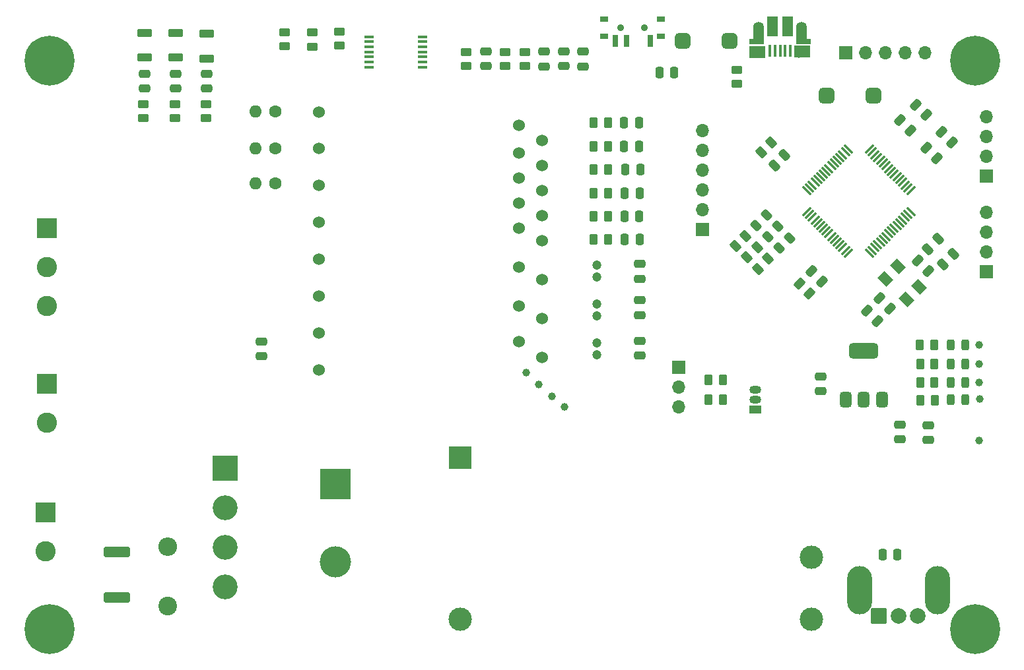
<source format=gbr>
%TF.GenerationSoftware,KiCad,Pcbnew,8.0.6*%
%TF.CreationDate,2024-12-28T02:56:51-05:00*%
%TF.ProjectId,AC_Driver_V2,41435f44-7269-4766-9572-5f56322e6b69,rev?*%
%TF.SameCoordinates,Original*%
%TF.FileFunction,Soldermask,Top*%
%TF.FilePolarity,Negative*%
%FSLAX46Y46*%
G04 Gerber Fmt 4.6, Leading zero omitted, Abs format (unit mm)*
G04 Created by KiCad (PCBNEW 8.0.6) date 2024-12-28 02:56:51*
%MOMM*%
%LPD*%
G01*
G04 APERTURE LIST*
G04 Aperture macros list*
%AMRoundRect*
0 Rectangle with rounded corners*
0 $1 Rounding radius*
0 $2 $3 $4 $5 $6 $7 $8 $9 X,Y pos of 4 corners*
0 Add a 4 corners polygon primitive as box body*
4,1,4,$2,$3,$4,$5,$6,$7,$8,$9,$2,$3,0*
0 Add four circle primitives for the rounded corners*
1,1,$1+$1,$2,$3*
1,1,$1+$1,$4,$5*
1,1,$1+$1,$6,$7*
1,1,$1+$1,$8,$9*
0 Add four rect primitives between the rounded corners*
20,1,$1+$1,$2,$3,$4,$5,0*
20,1,$1+$1,$4,$5,$6,$7,0*
20,1,$1+$1,$6,$7,$8,$9,0*
20,1,$1+$1,$8,$9,$2,$3,0*%
%AMRotRect*
0 Rectangle, with rotation*
0 The origin of the aperture is its center*
0 $1 length*
0 $2 width*
0 $3 Rotation angle, in degrees counterclockwise*
0 Add horizontal line*
21,1,$1,$2,0,0,$3*%
G04 Aperture macros list end*
%ADD10R,1.700000X1.700000*%
%ADD11O,1.700000X1.700000*%
%ADD12RoundRect,0.250000X-0.262500X-0.450000X0.262500X-0.450000X0.262500X0.450000X-0.262500X0.450000X0*%
%ADD13R,1.500000X1.050000*%
%ADD14O,1.500000X1.050000*%
%ADD15RotRect,1.600000X1.300000X135.000000*%
%ADD16C,1.000000*%
%ADD17RoundRect,0.250000X0.262500X0.450000X-0.262500X0.450000X-0.262500X-0.450000X0.262500X-0.450000X0*%
%ADD18RoundRect,0.250000X-0.475000X0.250000X-0.475000X-0.250000X0.475000X-0.250000X0.475000X0.250000X0*%
%ADD19RoundRect,0.250000X-0.250000X-0.475000X0.250000X-0.475000X0.250000X0.475000X-0.250000X0.475000X0*%
%ADD20RoundRect,0.250000X-0.132583X0.503814X-0.503814X0.132583X0.132583X-0.503814X0.503814X-0.132583X0*%
%ADD21RoundRect,0.243750X0.150260X-0.494975X0.494975X-0.150260X-0.150260X0.494975X-0.494975X0.150260X0*%
%ADD22RoundRect,0.102000X-0.900000X-0.900000X0.900000X-0.900000X0.900000X0.900000X-0.900000X0.900000X0*%
%ADD23C,2.004000*%
%ADD24O,3.204000X6.204000*%
%ADD25RoundRect,0.250000X-0.512652X-0.159099X-0.159099X-0.512652X0.512652X0.159099X0.159099X0.512652X0*%
%ADD26RoundRect,0.250000X0.450000X-0.262500X0.450000X0.262500X-0.450000X0.262500X-0.450000X-0.262500X0*%
%ADD27RoundRect,0.250000X-0.700000X0.275000X-0.700000X-0.275000X0.700000X-0.275000X0.700000X0.275000X0*%
%ADD28RoundRect,0.250000X-1.425000X0.425000X-1.425000X-0.425000X1.425000X-0.425000X1.425000X0.425000X0*%
%ADD29O,2.400000X2.400000*%
%ADD30C,2.400000*%
%ADD31C,1.600000*%
%ADD32O,1.600000X1.600000*%
%ADD33C,2.600000*%
%ADD34R,2.600000X2.600000*%
%ADD35RoundRect,0.250000X-0.450000X0.262500X-0.450000X-0.262500X0.450000X-0.262500X0.450000X0.262500X0*%
%ADD36RoundRect,0.250000X-0.503814X-0.132583X-0.132583X-0.503814X0.503814X0.132583X0.132583X0.503814X0*%
%ADD37RoundRect,0.243750X-0.243750X-0.456250X0.243750X-0.456250X0.243750X0.456250X-0.243750X0.456250X0*%
%ADD38RoundRect,0.250000X0.475000X-0.250000X0.475000X0.250000X-0.475000X0.250000X-0.475000X-0.250000X0*%
%ADD39RoundRect,0.250000X-0.159099X0.512652X-0.512652X0.159099X0.159099X-0.512652X0.512652X-0.159099X0*%
%ADD40RoundRect,0.250000X0.159099X-0.512652X0.512652X-0.159099X-0.159099X0.512652X-0.512652X0.159099X0*%
%ADD41RoundRect,0.250000X0.512652X0.159099X0.159099X0.512652X-0.512652X-0.159099X-0.159099X-0.512652X0*%
%ADD42RoundRect,0.250000X0.250000X0.475000X-0.250000X0.475000X-0.250000X-0.475000X0.250000X-0.475000X0*%
%ADD43C,0.800000*%
%ADD44C,6.400000*%
%ADD45C,3.200000*%
%ADD46R,3.200000X3.200000*%
%ADD47C,4.000000*%
%ADD48R,4.000000X4.000000*%
%ADD49C,1.200000*%
%ADD50RoundRect,0.500000X0.500000X0.500000X-0.500000X0.500000X-0.500000X-0.500000X0.500000X-0.500000X0*%
%ADD51RoundRect,0.375000X0.375000X-0.625000X0.375000X0.625000X-0.375000X0.625000X-0.375000X-0.625000X0*%
%ADD52RoundRect,0.500000X1.400000X-0.500000X1.400000X0.500000X-1.400000X0.500000X-1.400000X-0.500000X0*%
%ADD53R,1.000000X0.800000*%
%ADD54C,0.900000*%
%ADD55R,0.700000X1.500000*%
%ADD56R,0.400000X1.650000*%
%ADD57R,1.825000X0.700000*%
%ADD58R,2.000000X1.500000*%
%ADD59R,1.350000X2.000000*%
%ADD60O,1.350000X1.700000*%
%ADD61O,1.100000X1.500000*%
%ADD62R,1.430000X2.500000*%
%ADD63RoundRect,0.500000X-0.500000X-0.500000X0.500000X-0.500000X0.500000X0.500000X-0.500000X0.500000X0*%
%ADD64C,1.524000*%
%ADD65R,1.200000X0.400000*%
%ADD66RoundRect,0.075000X0.548008X0.441942X0.441942X0.548008X-0.548008X-0.441942X-0.441942X-0.548008X0*%
%ADD67RoundRect,0.075000X0.548008X-0.441942X-0.441942X0.548008X-0.548008X0.441942X0.441942X-0.548008X0*%
%ADD68C,3.000000*%
%ADD69R,3.000000X3.000000*%
G04 APERTURE END LIST*
D10*
%TO.C,J6*%
X111500000Y-75420000D03*
D11*
X111500000Y-77960000D03*
X111500000Y-80500000D03*
%TD*%
D12*
%TO.C,R31*%
X115337500Y-77000000D03*
X117162500Y-77000000D03*
%TD*%
%TO.C,R27*%
X115337500Y-79500000D03*
X117162500Y-79500000D03*
%TD*%
D13*
%TO.C,Q1*%
X121360000Y-80770000D03*
D14*
X121360000Y-79500000D03*
X121360000Y-78230000D03*
%TD*%
D15*
%TO.C,Y1*%
X140680330Y-66706676D03*
X137993324Y-64019670D03*
X139619670Y-62393324D03*
X142306676Y-65080330D03*
%TD*%
D16*
%TO.C,I-U*%
X96900000Y-80500000D03*
%TD*%
%TO.C,I-V*%
X95250000Y-79150000D03*
%TD*%
%TO.C,I-W*%
X93550000Y-77550000D03*
%TD*%
%TO.C,I-N*%
X91950000Y-76100000D03*
%TD*%
%TO.C,GND*%
X150050000Y-84750000D03*
%TD*%
%TO.C,3.3V*%
X150100000Y-79450000D03*
%TD*%
%TO.C,5V*%
X150050000Y-77300000D03*
%TD*%
%TO.C,15V*%
X150050000Y-75000000D03*
%TD*%
%TO.C,HVDC*%
X150050000Y-72500000D03*
%TD*%
D17*
%TO.C,R7*%
X142525000Y-79600000D03*
X144350000Y-79600000D03*
%TD*%
%TO.C,R6*%
X142487500Y-77300000D03*
X144312500Y-77300000D03*
%TD*%
D18*
%TO.C,C43*%
X143500000Y-82800000D03*
X143500000Y-84700000D03*
%TD*%
D19*
%TO.C,C42*%
X137650000Y-99400000D03*
X139550000Y-99400000D03*
%TD*%
D20*
%TO.C,R30*%
X122945235Y-61454765D03*
X121654765Y-62745235D03*
%TD*%
%TO.C,R29*%
X121545235Y-59954765D03*
X120254765Y-61245235D03*
%TD*%
D21*
%TO.C,LD3*%
X124400000Y-60100000D03*
X125725826Y-58774174D03*
%TD*%
%TO.C,LD2*%
X122900000Y-58600000D03*
X124225826Y-57274174D03*
%TD*%
D20*
%TO.C,R28*%
X120100000Y-58500000D03*
X118809530Y-59790470D03*
%TD*%
D21*
%TO.C,LD1*%
X121437087Y-57162913D03*
X122762913Y-55837087D03*
%TD*%
D22*
%TO.C,R26*%
X137200000Y-107300000D03*
D23*
X139700000Y-107300000D03*
X142200000Y-107300000D03*
D24*
X134700000Y-104000000D03*
X144700000Y-104000000D03*
%TD*%
D25*
%TO.C,C41*%
X135656498Y-68106498D03*
X137000000Y-69450000D03*
%TD*%
D26*
%TO.C,R25*%
X50890000Y-41575000D03*
X50890000Y-43400000D03*
%TD*%
%TO.C,R24*%
X46950000Y-41575000D03*
X46950000Y-43400000D03*
%TD*%
%TO.C,R23*%
X42850000Y-41575000D03*
X42850000Y-43400000D03*
%TD*%
D27*
%TO.C,D3*%
X51000000Y-35725000D03*
X51000000Y-32575000D03*
%TD*%
%TO.C,D2*%
X47000000Y-35575000D03*
X47000000Y-32425000D03*
%TD*%
%TO.C,D1*%
X43000000Y-35575000D03*
X43000000Y-32425000D03*
%TD*%
D18*
%TO.C,C40*%
X51000000Y-39575000D03*
X51000000Y-37675000D03*
%TD*%
%TO.C,C39*%
X47000000Y-39575000D03*
X47000000Y-37675000D03*
%TD*%
%TO.C,C38*%
X43000000Y-39575000D03*
X43000000Y-37675000D03*
%TD*%
D28*
%TO.C,F1*%
X39500000Y-99100000D03*
X39500000Y-104900000D03*
%TD*%
D29*
%TO.C,TH1*%
X46000000Y-98380000D03*
D30*
X46000000Y-106000000D03*
%TD*%
D31*
%TO.C,R18*%
X59790000Y-51750000D03*
D32*
X57250000Y-51750000D03*
%TD*%
D31*
%TO.C,R22*%
X59790000Y-42500000D03*
D32*
X57250000Y-42500000D03*
%TD*%
D31*
%TO.C,R21*%
X59790000Y-47250000D03*
D32*
X57250000Y-47250000D03*
%TD*%
D33*
%TO.C,J2-HVDC2*%
X30500000Y-82500000D03*
D34*
X30500000Y-77500000D03*
%TD*%
D35*
%TO.C,R20*%
X68000000Y-32255907D03*
X68000000Y-34080907D03*
%TD*%
%TO.C,R19*%
X61000000Y-32349907D03*
X61000000Y-34174907D03*
%TD*%
D26*
%TO.C,R17*%
X64500000Y-34224907D03*
X64500000Y-32399907D03*
%TD*%
%TO.C,R16*%
X84261993Y-36724907D03*
X84261993Y-34899907D03*
%TD*%
%TO.C,R15*%
X91761993Y-36724907D03*
X91761993Y-34899907D03*
%TD*%
%TO.C,R14*%
X89261993Y-36724907D03*
X89261993Y-34899907D03*
%TD*%
D12*
%TO.C,R13*%
X102412500Y-44000000D03*
X100587500Y-44000000D03*
%TD*%
%TO.C,R12*%
X102412500Y-47000000D03*
X100587500Y-47000000D03*
%TD*%
%TO.C,R11*%
X102412500Y-50000000D03*
X100587500Y-50000000D03*
%TD*%
%TO.C,R10*%
X100587500Y-56000000D03*
X102412500Y-56000000D03*
%TD*%
%TO.C,R9*%
X100587500Y-59000000D03*
X102412500Y-59000000D03*
%TD*%
%TO.C,R8*%
X102412500Y-53000000D03*
X100587500Y-53000000D03*
%TD*%
D20*
%TO.C,R5*%
X122105618Y-47772667D03*
X123396088Y-46482197D03*
%TD*%
D36*
%TO.C,R4*%
X128300000Y-65900000D03*
X127009530Y-64609530D03*
%TD*%
D17*
%TO.C,R3*%
X142487500Y-75000000D03*
X144312500Y-75000000D03*
%TD*%
%TO.C,R2*%
X142425000Y-72500000D03*
X144250000Y-72500000D03*
%TD*%
D35*
%TO.C,R1*%
X119000000Y-39000000D03*
X119000000Y-37175000D03*
%TD*%
D37*
%TO.C,DHVDC1*%
X148237500Y-72500000D03*
X146362500Y-72500000D03*
%TD*%
%TO.C,D15V1*%
X146362500Y-75000000D03*
X148237500Y-75000000D03*
%TD*%
%TO.C,D5V1*%
X148237500Y-77300000D03*
X146362500Y-77300000D03*
%TD*%
%TO.C,D3.3V1*%
X148237500Y-79500000D03*
X146362500Y-79500000D03*
%TD*%
D38*
%TO.C,C34*%
X86761993Y-36712407D03*
X86761993Y-34812407D03*
%TD*%
%TO.C,C33*%
X106500000Y-64000000D03*
X106500000Y-62100000D03*
%TD*%
%TO.C,C32*%
X106500000Y-68675000D03*
X106500000Y-66775000D03*
%TD*%
%TO.C,C31*%
X106500000Y-73900000D03*
X106500000Y-72000000D03*
%TD*%
%TO.C,C30*%
X96750000Y-36700000D03*
X96750000Y-34800000D03*
%TD*%
%TO.C,C26*%
X94250000Y-36750000D03*
X94250000Y-34850000D03*
%TD*%
%TO.C,C25*%
X58000000Y-73950000D03*
X58000000Y-72050000D03*
%TD*%
D19*
%TO.C,C24*%
X106387500Y-44000000D03*
X104487500Y-44000000D03*
%TD*%
%TO.C,C23*%
X106387500Y-47000000D03*
X104487500Y-47000000D03*
%TD*%
%TO.C,C22*%
X106562500Y-50000000D03*
X104662500Y-50000000D03*
%TD*%
%TO.C,C21*%
X106487500Y-53000000D03*
X104587500Y-53000000D03*
%TD*%
%TO.C,C20*%
X104537500Y-56000000D03*
X106437500Y-56000000D03*
%TD*%
%TO.C,C19*%
X104587500Y-59000000D03*
X106487500Y-59000000D03*
%TD*%
D18*
%TO.C,C18*%
X99250000Y-34850000D03*
X99250000Y-36750000D03*
%TD*%
D25*
%TO.C,C16*%
X143250000Y-43000000D03*
X141906498Y-41656498D03*
%TD*%
%TO.C,C15*%
X141250000Y-45000000D03*
X139906498Y-43656498D03*
%TD*%
D39*
%TO.C,C14*%
X143406498Y-60199568D03*
X144750000Y-58856066D03*
%TD*%
%TO.C,C13*%
X145406498Y-62199568D03*
X146750000Y-60856066D03*
%TD*%
D40*
%TO.C,C12*%
X123750000Y-49500000D03*
X125093502Y-48156498D03*
%TD*%
D25*
%TO.C,C11*%
X145234747Y-45184315D03*
X146578249Y-46527817D03*
%TD*%
D41*
%TO.C,C10*%
X129906498Y-64356066D03*
X128562996Y-63012564D03*
%TD*%
D18*
%TO.C,C9*%
X129700000Y-76550000D03*
X129700000Y-78450000D03*
%TD*%
D25*
%TO.C,C7*%
X144578249Y-48527817D03*
X143234747Y-47184315D03*
%TD*%
%TO.C,C4*%
X143500000Y-63050000D03*
X142156498Y-61706498D03*
%TD*%
%TO.C,C3*%
X138621751Y-67821751D03*
X137278249Y-66478249D03*
%TD*%
D42*
%TO.C,C2*%
X109050001Y-37500000D03*
X110949999Y-37500000D03*
%TD*%
D33*
%TO.C,J1-120VAC1*%
X30300000Y-99000000D03*
D34*
X30300000Y-94000000D03*
%TD*%
%TO.C,MOTOR1*%
X30500000Y-57500000D03*
D33*
X30500000Y-62500000D03*
X30500000Y-67500000D03*
%TD*%
D43*
%TO.C,H4*%
X151900000Y-109000000D03*
X151197056Y-110697056D03*
X151197056Y-107302944D03*
X149500000Y-111400000D03*
D44*
X149500000Y-109000000D03*
D43*
X149500000Y-106600000D03*
X147802944Y-110697056D03*
X147802944Y-107302944D03*
X147100000Y-109000000D03*
%TD*%
%TO.C,H3*%
X28400000Y-109000000D03*
X29102944Y-107302944D03*
X29102944Y-110697056D03*
X30800000Y-106600000D03*
D44*
X30800000Y-109000000D03*
D43*
X30800000Y-111400000D03*
X32497056Y-107302944D03*
X32497056Y-110697056D03*
X33200000Y-109000000D03*
%TD*%
%TO.C,H2*%
X147100000Y-36000000D03*
X147802944Y-34302944D03*
X147802944Y-37697056D03*
X149500000Y-33600000D03*
D44*
X149500000Y-36000000D03*
D43*
X149500000Y-38400000D03*
X151197056Y-34302944D03*
X151197056Y-37697056D03*
X151900000Y-36000000D03*
%TD*%
%TO.C,H1*%
X28400000Y-36000000D03*
X29102944Y-34302944D03*
X29102944Y-37697056D03*
X30800000Y-33600000D03*
D44*
X30800000Y-36000000D03*
D43*
X30800000Y-38400000D03*
X32497056Y-34302944D03*
X32497056Y-37697056D03*
X33200000Y-36000000D03*
%TD*%
D45*
%TO.C,DB1*%
X53350000Y-103590000D03*
X53350000Y-98510000D03*
X53350000Y-93430000D03*
D46*
X53350000Y-88350000D03*
%TD*%
D47*
%TO.C,C1*%
X67500000Y-100342169D03*
D48*
X67500000Y-90342169D03*
%TD*%
D49*
%TO.C,C28*%
X101000000Y-68750000D03*
X101000000Y-67250000D03*
%TD*%
D50*
%TO.C,SW1*%
X112000000Y-33500000D03*
X118000000Y-33500000D03*
%TD*%
D11*
%TO.C,J2*%
X151000000Y-43210000D03*
X151000000Y-45750000D03*
X151000000Y-48290000D03*
D10*
X151000000Y-50830000D03*
%TD*%
D49*
%TO.C,C27*%
X101000000Y-73750000D03*
X101000000Y-72250000D03*
%TD*%
D51*
%TO.C,U2*%
X132950000Y-79550000D03*
X135250000Y-79550000D03*
D52*
X135250000Y-73250000D03*
D51*
X137550000Y-79550000D03*
%TD*%
D53*
%TO.C,SW2*%
X109250000Y-32855000D03*
X109250000Y-30645000D03*
D54*
X107100000Y-31745000D03*
X104100000Y-31745000D03*
D53*
X101950000Y-32855000D03*
X101950000Y-30645000D03*
D55*
X107850000Y-33505000D03*
X104850000Y-33505000D03*
X103350000Y-33505000D03*
%TD*%
D10*
%TO.C,J5*%
X151000000Y-63080000D03*
D11*
X151000000Y-60540000D03*
X151000000Y-58000000D03*
X151000000Y-55460000D03*
%TD*%
%TO.C,J4*%
X143085000Y-35000000D03*
X140545000Y-35000000D03*
X138005000Y-35000000D03*
X135465000Y-35000000D03*
D10*
X132925000Y-35000000D03*
%TD*%
D56*
%TO.C,J3*%
X125825000Y-34765000D03*
X125175000Y-34765000D03*
X124525000Y-34765000D03*
X123875000Y-34765000D03*
X123225000Y-34765000D03*
D57*
X127475000Y-33565000D03*
D58*
X127375000Y-34865000D03*
D59*
X127255000Y-32815000D03*
D60*
X127255000Y-31885000D03*
D61*
X126945000Y-34885000D03*
D62*
X125485000Y-31615000D03*
X123565000Y-31615000D03*
D61*
X122105000Y-34885000D03*
D60*
X121795000Y-31885000D03*
D59*
X121775000Y-32815000D03*
D58*
X121625000Y-34885000D03*
D57*
X121525000Y-33565000D03*
%TD*%
D49*
%TO.C,C29*%
X101000000Y-63750000D03*
X101000000Y-62250000D03*
%TD*%
D63*
%TO.C,SW3*%
X130500000Y-40500000D03*
X136500000Y-40500000D03*
%TD*%
D64*
%TO.C,U1-IGCM04F60GAXKMA1*%
X94000000Y-74100000D03*
X91000000Y-72100000D03*
X94000000Y-69100000D03*
X91000000Y-67500000D03*
X94000000Y-64100000D03*
X91000000Y-62500000D03*
X94000000Y-59100000D03*
X91000000Y-57500000D03*
X94000000Y-55900000D03*
X91000000Y-54300000D03*
X94000000Y-52700000D03*
X91000000Y-51100000D03*
X94000000Y-49500000D03*
X91000000Y-47900000D03*
X94000000Y-46300000D03*
X91000000Y-44300000D03*
X65400000Y-42590000D03*
X65400000Y-47320000D03*
X65400000Y-52050000D03*
X65400000Y-56780000D03*
X65400000Y-61510000D03*
X65400000Y-66240000D03*
X65400000Y-70970000D03*
X65400000Y-75700000D03*
%TD*%
D65*
%TO.C,U3*%
X78661993Y-32949907D03*
X78661993Y-33599907D03*
X78661993Y-34249907D03*
X78661993Y-34899907D03*
X78661993Y-35549907D03*
X78661993Y-36199907D03*
X78661993Y-36849907D03*
X71761993Y-36849907D03*
X71761993Y-36199907D03*
X71761993Y-35549907D03*
X71761993Y-34899907D03*
X71761993Y-34249907D03*
X71761993Y-33599907D03*
X71761993Y-32949907D03*
%TD*%
D66*
%TO.C,U4*%
X133244618Y-60717299D03*
X132891065Y-60363745D03*
X132537512Y-60010192D03*
X132183958Y-59656638D03*
X131830405Y-59303084D03*
X131476851Y-58949532D03*
X131123298Y-58595978D03*
X130769745Y-58242425D03*
X130416191Y-57888872D03*
X130062638Y-57535318D03*
X129709084Y-57181765D03*
X129355531Y-56828211D03*
X129001978Y-56474658D03*
X128648424Y-56121105D03*
X128294871Y-55767552D03*
X127941317Y-55413997D03*
D67*
X127941317Y-52691636D03*
X128294871Y-52338083D03*
X128648424Y-51984530D03*
X129001978Y-51630976D03*
X129355532Y-51277423D03*
X129709084Y-50923869D03*
X130062638Y-50570316D03*
X130416191Y-50216763D03*
X130769744Y-49863209D03*
X131123298Y-49509656D03*
X131476851Y-49156102D03*
X131830405Y-48802549D03*
X132183958Y-48448996D03*
X132537511Y-48095442D03*
X132891064Y-47741889D03*
X133244619Y-47388335D03*
D66*
X135966980Y-47388335D03*
X136320533Y-47741889D03*
X136674086Y-48095442D03*
X137027640Y-48448996D03*
X137381193Y-48802550D03*
X137734747Y-49156102D03*
X138088300Y-49509656D03*
X138441853Y-49863209D03*
X138795407Y-50216762D03*
X139148960Y-50570316D03*
X139502514Y-50923869D03*
X139856067Y-51277423D03*
X140209620Y-51630976D03*
X140563174Y-51984529D03*
X140916727Y-52338082D03*
X141270281Y-52691637D03*
D67*
X141270281Y-55413998D03*
X140916727Y-55767551D03*
X140563174Y-56121104D03*
X140209620Y-56474658D03*
X139856066Y-56828211D03*
X139502514Y-57181765D03*
X139148960Y-57535318D03*
X138795407Y-57888871D03*
X138441854Y-58242425D03*
X138088300Y-58595978D03*
X137734747Y-58949532D03*
X137381193Y-59303085D03*
X137027640Y-59656638D03*
X136674087Y-60010192D03*
X136320534Y-60363745D03*
X135966979Y-60717299D03*
%TD*%
D18*
%TO.C,C6*%
X139900000Y-82750000D03*
X139900000Y-84650000D03*
%TD*%
D68*
%TO.C,PS1*%
X128500000Y-99750000D03*
X128500000Y-107750000D03*
X83500000Y-107750000D03*
D69*
X83500000Y-86950000D03*
%TD*%
D11*
%TO.C,J_TestPoints1*%
X114587500Y-45000000D03*
X114587500Y-47540000D03*
X114587500Y-50080000D03*
X114587500Y-52620000D03*
X114587500Y-55160000D03*
D10*
X114587500Y-57700000D03*
%TD*%
M02*

</source>
